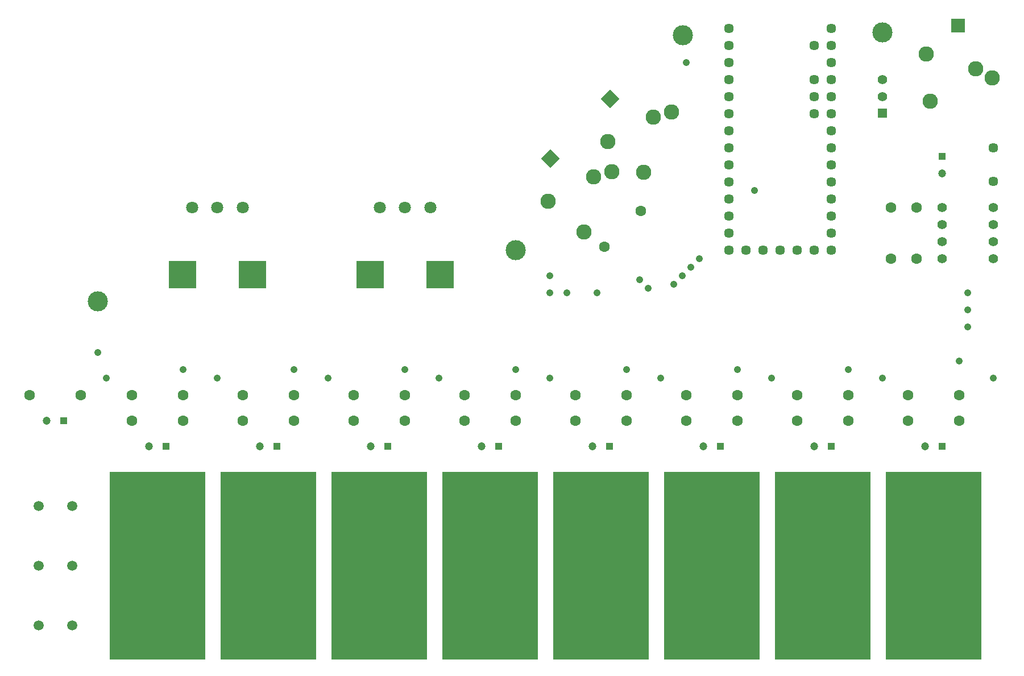
<source format=gts>
%FSLAX33Y33*%
%MOMM*%
%AMRect-W4000000-H4000000-RO1.000*
21,1,4.,4.,0.,0.,180*%
%AMRect-W1000000-H1000000-RO1.000*
21,1,1.,1.,0.,0.,180*%
%AMRect-W2032000-H2032000-RO0.250*
21,1,2.032,2.032,0.,0.,315*%
%AMRect-W1400000-H1400000-RO1.000*
21,1,1.4,1.4,0.,0.,180*%
%AMRect-W2032000-H2032000-RO0.500*
21,1,2.032,2.032,0.,0.,270*%
%AMRect-W1000000-H1000000-RO0.500*
21,1,1.,1.,0.,0.,270*%
%ADD10C,1.0668*%
%ADD11C,3.*%
%ADD12C,1.8*%
%ADD13Rect-W4000000-H4000000-RO1.000*%
%ADD14C,1.6*%
%ADD15R,14.24X28.*%
%ADD16C,1.6*%
%ADD17C,1.6*%
%ADD18C,1.2*%
%ADD19Rect-W1000000-H1000000-RO1.000*%
%ADD20C,2.286*%
%ADD21Rect-W2032000-H2032000-RO0.250*%
%ADD22C,1.5*%
%ADD23C,1.45*%
%ADD24C,1.4*%
%ADD25Rect-W1400000-H1400000-RO1.000*%
%ADD26C,1.6*%
%ADD27C,1.0668*%
%ADD28C,1.45*%
%ADD29C,2.286*%
%ADD30Rect-W2032000-H2032000-RO0.500*%
%ADD31C,1.2*%
%ADD32Rect-W1000000-H1000000-RO0.500*%
%ADD33C,1.4*%
D10*
%LNtop solder mask_traces*%
G01*
X81280Y59690D03*
D11*
X130810Y95885D03*
D10*
X99695Y58420D03*
X102235Y60960D03*
X111760Y72390D03*
X142240Y46990D03*
X48260Y44450D03*
X101600Y91440D03*
X26670Y45720D03*
X103505Y62230D03*
X130810Y44450D03*
X64770Y44450D03*
X95885Y57785D03*
X92710Y45720D03*
X31750Y44450D03*
X15240Y44450D03*
X81280Y44450D03*
X147320Y44450D03*
X59690Y45720D03*
X100965Y59690D03*
D11*
X13970Y55880D03*
D10*
X13970Y48260D03*
X43180Y45720D03*
D11*
X76200Y63500D03*
D10*
X83820Y57150D03*
X114300Y44450D03*
X88265Y57150D03*
X97790Y44450D03*
X76200Y45720D03*
X94615Y59055D03*
X125730Y45720D03*
X81280Y57150D03*
D11*
X101092Y95504D03*
D10*
X109220Y45720D03*
%LNtop solder mask component fb107dcccfdb0926*%
D12*
X35500Y69850D03*
X28000Y69850D03*
X31750Y69850D03*
D13*
X26550Y59850D03*
X36950Y59850D03*
%LNtop solder mask component 1f20f5d5898abb2f*%
D14*
X92710Y38100D03*
X85090Y38100D03*
%LNtop solder mask component 97cbeba4f3948cad*%
D15*
X138430Y16480D03*
%LNtop solder mask component 27b49cb97a04ef49*%
D14*
X76200Y38100D03*
X68580Y38100D03*
%LNtop solder mask component f535bb90dd72d157*%
D15*
X22860Y16480D03*
%LNtop solder mask component a620bbc60874f67c*%
D16*
X132080Y62230D03*
X132080Y69850D03*
%LNtop solder mask component ea2c1d543afd550c*%
D17*
X3810Y41910D03*
X11430Y41910D03*
%LNtop solder mask component b43df3c15a639c76*%
D14*
X26670Y41910D03*
X19050Y41910D03*
%LNtop solder mask component de895496bb2fd0e6*%
X109220Y38100D03*
X101600Y38100D03*
%LNtop solder mask component 470e91fafd046a91*%
D15*
X55880Y16480D03*
%LNtop solder mask component 82f976b0e811269b*%
D16*
X135890Y62230D03*
X135890Y69850D03*
%LNtop solder mask component 34e823c397d52473*%
D18*
X120650Y34290D03*
D19*
X123190Y34290D03*
%LNtop solder mask component 9af73c40574899a7*%
D14*
X59690Y38100D03*
X52070Y38100D03*
%LNtop solder mask component f836791b44df51a1*%
D18*
X54610Y34290D03*
D19*
X57150Y34290D03*
%LNtop solder mask component b4f3b804e5a01ba0*%
D20*
X81032Y70785D03*
X86354Y66218D03*
X87742Y74384D03*
X90508Y75174D03*
D21*
X81349Y77114D03*
%LNtop solder mask component 02b106f82a4a95db*%
D18*
X137160Y34290D03*
D19*
X139700Y34290D03*
%LNtop solder mask component c91da9575c6a0be3*%
D22*
X10120Y16510D03*
X5120Y16510D03*
%LNtop solder mask component 9f6d21584f488dcd*%
D14*
X142240Y38100D03*
X134620Y38100D03*
%LNtop solder mask component 97a26aaf76f6e1cc*%
D23*
X120650Y93980D03*
X120650Y88900D03*
X120650Y86360D03*
X120650Y83820D03*
X120650Y63500D03*
X118110Y63500D03*
X115570Y63500D03*
X113030Y63500D03*
X110490Y63500D03*
X107950Y96520D03*
X107950Y93980D03*
X107950Y91440D03*
X107950Y88900D03*
X107950Y86360D03*
X107950Y83820D03*
X107950Y81280D03*
X107950Y78740D03*
X107950Y76200D03*
X107950Y73660D03*
X107950Y71120D03*
X107950Y68580D03*
X107950Y66040D03*
X107950Y63500D03*
X123190Y63500D03*
X123190Y66040D03*
X123190Y68580D03*
X123190Y71120D03*
X123190Y73660D03*
X123190Y76200D03*
X123190Y78740D03*
X123190Y81280D03*
X123190Y83820D03*
X123190Y86360D03*
X123190Y88900D03*
X123190Y91440D03*
X123190Y93980D03*
X123190Y96520D03*
%LNtop solder mask component 106714d2bc1b7527*%
D14*
X43180Y41910D03*
X35560Y41910D03*
%LNtop solder mask component 34c941316c1a9527*%
D18*
X104140Y34290D03*
D19*
X106680Y34290D03*
%LNtop solder mask component 9ed433e74971deb4*%
D24*
X130810Y86360D03*
X130810Y88860D03*
D25*
X130810Y83860D03*
%LNtop solder mask component cf9d0f0b436303b1*%
D14*
X125730Y38100D03*
X118110Y38100D03*
%LNtop solder mask component 58c9e35b802cae0f*%
X76200Y41910D03*
X68580Y41910D03*
%LNtop solder mask component 36da97aa6b26bacf*%
D18*
X21590Y34290D03*
D19*
X24130Y34290D03*
%LNtop solder mask component 62e86ca77f7b5a9a*%
D14*
X142240Y41910D03*
X134620Y41910D03*
%LNtop solder mask component 497d46b69fa9bdd2*%
X43180Y38100D03*
X35560Y38100D03*
%LNtop solder mask component 718ced2e03940ba8*%
D12*
X63440Y69850D03*
X55940Y69850D03*
X59690Y69850D03*
D13*
X54490Y59850D03*
X64890Y59850D03*
%LNtop solder mask component c4b1df07a66167ef*%
D14*
X59690Y41910D03*
X52070Y41910D03*
%LNtop solder mask component c566558ad0bcfb55*%
D18*
X71120Y34290D03*
D19*
X73660Y34290D03*
%LNtop solder mask component 4820d467dc877488*%
D18*
X87630Y34290D03*
D19*
X90170Y34290D03*
%LNtop solder mask component da1d1d7cd5a7c606*%
D26*
X89381Y63981D03*
X94769Y69369D03*
%LNtop solder mask component 60ae0478fb4407c3*%
D27*
X143510Y52070D03*
X143510Y57150D03*
X143510Y54610D03*
%LNtop solder mask component a8833ba25e49bac5*%
D20*
X89922Y79675D03*
X95244Y75108D03*
X96632Y83274D03*
X99398Y84064D03*
D21*
X90239Y86004D03*
%LNtop solder mask component 920632581e92b0fd*%
D18*
X38100Y34290D03*
D19*
X40640Y34290D03*
%LNtop solder mask component 8d5ab273b1829623*%
D15*
X88900Y16480D03*
%LNtop solder mask component 01f9c429d97c1052*%
X72390Y16480D03*
%LNtop solder mask component fba815822519b424*%
X39370Y16480D03*
%LNtop solder mask component 3612e22fcedd26d8*%
D14*
X125730Y41910D03*
X118110Y41910D03*
%LNtop solder mask component 3919fc649fdcade3*%
D28*
X147320Y78700D03*
X147320Y73700D03*
%LNtop solder mask component 6889c37fa128180d*%
D29*
X137338Y92713D03*
X137871Y85720D03*
X144628Y90512D03*
X147142Y89115D03*
D30*
X142037Y96964D03*
%LNtop solder mask component 42f967a1b082bbaa*%
D18*
X6350Y38100D03*
D19*
X8890Y38100D03*
%LNtop solder mask component 843ae13b30258408*%
D14*
X26670Y38100D03*
X19050Y38100D03*
%LNtop solder mask component abea25ac2a452092*%
D22*
X10120Y7620D03*
X5120Y7620D03*
%LNtop solder mask component 71f6df73bb3e5241*%
D14*
X109220Y41910D03*
X101600Y41910D03*
%LNtop solder mask component bd4e2dec967c8ba0*%
D15*
X105410Y16480D03*
%LNtop solder mask component a23c2c192278a3d0*%
X121920Y16480D03*
%LNtop solder mask component 3cea8e4304858dd9*%
D31*
X139700Y74950D03*
D32*
X139700Y77450D03*
%LNtop solder mask component c985985d9b0f206f*%
D14*
X92710Y41910D03*
X85090Y41910D03*
%LNtop solder mask component 6f85b1a43342d1af*%
D22*
X10120Y25400D03*
X5120Y25400D03*
%LNtop solder mask component d521cece24698383*%
D33*
X147320Y67310D03*
X139700Y62230D03*
X147320Y64770D03*
X139700Y64770D03*
X147320Y62230D03*
X139700Y67310D03*
X139700Y69850D03*
X147320Y69850D03*
M02*
</source>
